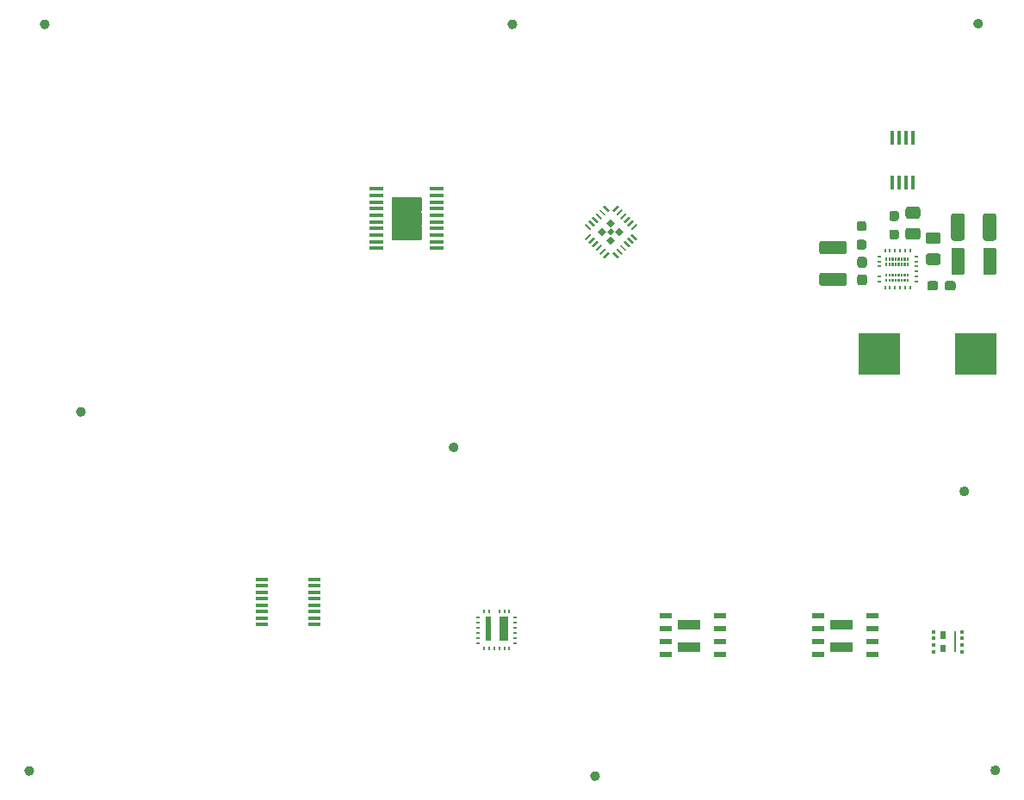
<source format=gtp>
G04 #@! TF.GenerationSoftware,KiCad,Pcbnew,(5.1.6-0-10_14)*
G04 #@! TF.CreationDate,2021-10-07T10:13:42+09:00*
G04 #@! TF.ProjectId,panel_breakouts_211007,70616e65-6c5f-4627-9265-616b6f757473,rev?*
G04 #@! TF.SameCoordinates,Original*
G04 #@! TF.FileFunction,Paste,Top*
G04 #@! TF.FilePolarity,Positive*
%FSLAX46Y46*%
G04 Gerber Fmt 4.6, Leading zero omitted, Abs format (unit mm)*
G04 Created by KiCad (PCBNEW (5.1.6-0-10_14)) date 2021-10-07 10:13:42*
%MOMM*%
%LPD*%
G01*
G04 APERTURE LIST*
%ADD10C,0.475000*%
%ADD11C,0.100000*%
%ADD12R,2.997200X4.191000*%
%ADD13R,1.409700X0.355600*%
%ADD14R,0.450000X1.450000*%
%ADD15R,0.400000X1.450000*%
%ADD16R,0.250000X0.450000*%
%ADD17R,0.450000X0.250000*%
%ADD18R,0.450000X0.450000*%
%ADD19R,1.270000X0.609600*%
%ADD20R,1.200000X0.400000*%
%ADD21R,4.100000X4.100000*%
G04 APERTURE END LIST*
D10*
X150311500Y-135914000D02*
G75*
G03*
X150311500Y-135914000I-237500J0D01*
G01*
X142183500Y-62000000D02*
G75*
G03*
X142183500Y-62000000I-237500J0D01*
G01*
X136405500Y-103592000D02*
G75*
G03*
X136405500Y-103592000I-237500J0D01*
G01*
X94685500Y-135406000D02*
G75*
G03*
X94685500Y-135406000I-237500J0D01*
G01*
X189649500Y-135342000D02*
G75*
G03*
X189649500Y-135342000I-237500J0D01*
G01*
X186601500Y-107910000D02*
G75*
G03*
X186601500Y-107910000I-237500J0D01*
G01*
X187967500Y-61936000D02*
G75*
G03*
X187967500Y-61936000I-237500J0D01*
G01*
X96209500Y-62000000D02*
G75*
G03*
X96209500Y-62000000I-237500J0D01*
G01*
X99765500Y-100100000D02*
G75*
G03*
X99765500Y-100100000I-237500J0D01*
G01*
D11*
G36*
X150793472Y-82820264D02*
G01*
X150369208Y-82396000D01*
X150793472Y-81971736D01*
X151217736Y-82396000D01*
X150793472Y-82820264D01*
G37*
G36*
X151642000Y-83668792D02*
G01*
X151217736Y-83244528D01*
X151642000Y-82820264D01*
X152066264Y-83244528D01*
X151642000Y-83668792D01*
G37*
G36*
X152490528Y-82820264D02*
G01*
X152066264Y-82396000D01*
X152490528Y-81971736D01*
X152914792Y-82396000D01*
X152490528Y-82820264D01*
G37*
G36*
X151642000Y-81971736D02*
G01*
X151217736Y-81547472D01*
X151642000Y-81123208D01*
X152066264Y-81547472D01*
X151642000Y-81971736D01*
G37*
G36*
X130143400Y-79100500D02*
G01*
X130143400Y-80297500D01*
X131442000Y-80297500D01*
X131442000Y-79100500D01*
X130143400Y-79100500D01*
G37*
X130143400Y-79100500D02*
X130143400Y-80297500D01*
X131442000Y-80297500D01*
X131442000Y-79100500D01*
X130143400Y-79100500D01*
G36*
X130143400Y-80497500D02*
G01*
X130143400Y-81694500D01*
X131442000Y-81694500D01*
X131442000Y-80497500D01*
X130143400Y-80497500D01*
G37*
X130143400Y-80497500D02*
X130143400Y-81694500D01*
X131442000Y-81694500D01*
X131442000Y-80497500D01*
X130143400Y-80497500D01*
G36*
X130143400Y-81894500D02*
G01*
X130143400Y-83091500D01*
X131442000Y-83091500D01*
X131442000Y-81894500D01*
X130143400Y-81894500D01*
G37*
X130143400Y-81894500D02*
X130143400Y-83091500D01*
X131442000Y-83091500D01*
X131442000Y-81894500D01*
X130143400Y-81894500D01*
G36*
X131642000Y-79100500D02*
G01*
X131642000Y-80297500D01*
X132940600Y-80297500D01*
X132940600Y-79100500D01*
X131642000Y-79100500D01*
G37*
X131642000Y-79100500D02*
X131642000Y-80297500D01*
X132940600Y-80297500D01*
X132940600Y-79100500D01*
X131642000Y-79100500D01*
G36*
X131642000Y-80497500D02*
G01*
X131642000Y-81694500D01*
X132940600Y-81694500D01*
X132940600Y-80497500D01*
X131642000Y-80497500D01*
G37*
X131642000Y-80497500D02*
X131642000Y-81694500D01*
X132940600Y-81694500D01*
X132940600Y-80497500D01*
X131642000Y-80497500D01*
G36*
X131642000Y-81894500D02*
G01*
X131642000Y-83091500D01*
X132940600Y-83091500D01*
X132940600Y-81894500D01*
X131642000Y-81894500D01*
G37*
X131642000Y-81894500D02*
X131642000Y-83091500D01*
X132940600Y-83091500D01*
X132940600Y-81894500D01*
X131642000Y-81894500D01*
G36*
X140702000Y-120262000D02*
G01*
X141502000Y-120262000D01*
X141502000Y-122562000D01*
X140702000Y-122562000D01*
X140702000Y-120262000D01*
G37*
G36*
X139302000Y-120262000D02*
G01*
X139802000Y-120262000D01*
X139802000Y-122562000D01*
X139302000Y-122562000D01*
X139302000Y-120262000D01*
G37*
G36*
X184572000Y-122994000D02*
G01*
X184572000Y-123694000D01*
X184072000Y-123694000D01*
X184072000Y-122994000D01*
X184572000Y-122994000D01*
G37*
G36*
X184572000Y-121694000D02*
G01*
X184572000Y-122394000D01*
X184072000Y-122394000D01*
X184072000Y-121694000D01*
X184572000Y-121694000D01*
G37*
G36*
X185572000Y-121694000D02*
G01*
X185572000Y-123694000D01*
X185372000Y-123694000D01*
X185372000Y-121694000D01*
X185572000Y-121694000D01*
G37*
G36*
X158202000Y-122762000D02*
G01*
X160402000Y-122762000D01*
X160402000Y-123662000D01*
X158202000Y-123662000D01*
X158202000Y-122762000D01*
G37*
G36*
X158202000Y-120562000D02*
G01*
X160402000Y-120562000D01*
X160402000Y-121462000D01*
X158202000Y-121462000D01*
X158202000Y-120562000D01*
G37*
G36*
X173192000Y-122762000D02*
G01*
X175392000Y-122762000D01*
X175392000Y-123662000D01*
X173192000Y-123662000D01*
X173192000Y-122762000D01*
G37*
G36*
X173192000Y-120562000D02*
G01*
X175392000Y-120562000D01*
X175392000Y-121462000D01*
X173192000Y-121462000D01*
X173192000Y-120562000D01*
G37*
G36*
X180722000Y-85256000D02*
G01*
X180722000Y-84956000D01*
X180922000Y-84956000D01*
X180922000Y-85256000D01*
X180722000Y-85256000D01*
G37*
G36*
X180722000Y-85256000D02*
G01*
X180722000Y-84956000D01*
X180922000Y-84956000D01*
X180922000Y-85256000D01*
X180722000Y-85256000D01*
G37*
G36*
X180722000Y-85756000D02*
G01*
X180722000Y-85456000D01*
X180922000Y-85456000D01*
X180922000Y-85756000D01*
X180722000Y-85756000D01*
G37*
G36*
X180422000Y-85256000D02*
G01*
X180422000Y-84956000D01*
X180622000Y-84956000D01*
X180622000Y-85256000D01*
X180422000Y-85256000D01*
G37*
G36*
X180422000Y-85256000D02*
G01*
X180422000Y-84956000D01*
X180622000Y-84956000D01*
X180622000Y-85256000D01*
X180422000Y-85256000D01*
G37*
G36*
X180422000Y-85756000D02*
G01*
X180422000Y-85456000D01*
X180622000Y-85456000D01*
X180622000Y-85756000D01*
X180422000Y-85756000D01*
G37*
G36*
X180122000Y-85256000D02*
G01*
X180122000Y-84956000D01*
X180322000Y-84956000D01*
X180322000Y-85256000D01*
X180122000Y-85256000D01*
G37*
G36*
X179822000Y-85756000D02*
G01*
X179822000Y-85456000D01*
X180022000Y-85456000D01*
X180022000Y-85756000D01*
X179822000Y-85756000D01*
G37*
G36*
X180122000Y-85256000D02*
G01*
X180122000Y-84956000D01*
X180322000Y-84956000D01*
X180322000Y-85256000D01*
X180122000Y-85256000D01*
G37*
G36*
X179822000Y-85256000D02*
G01*
X179822000Y-84956000D01*
X180022000Y-84956000D01*
X180022000Y-85256000D01*
X179822000Y-85256000D01*
G37*
G36*
X179822000Y-85256000D02*
G01*
X179822000Y-84956000D01*
X180022000Y-84956000D01*
X180022000Y-85256000D01*
X179822000Y-85256000D01*
G37*
G36*
X180122000Y-85756000D02*
G01*
X180122000Y-85456000D01*
X180322000Y-85456000D01*
X180322000Y-85756000D01*
X180122000Y-85756000D01*
G37*
G36*
X179522000Y-85256000D02*
G01*
X179522000Y-84956000D01*
X179722000Y-84956000D01*
X179722000Y-85256000D01*
X179522000Y-85256000D01*
G37*
G36*
X178622000Y-85256000D02*
G01*
X178622000Y-84956000D01*
X178822000Y-84956000D01*
X178822000Y-85256000D01*
X178622000Y-85256000D01*
G37*
G36*
X178622000Y-85756000D02*
G01*
X178622000Y-85456000D01*
X178822000Y-85456000D01*
X178822000Y-85756000D01*
X178622000Y-85756000D01*
G37*
G36*
X178622000Y-85256000D02*
G01*
X178622000Y-84956000D01*
X178822000Y-84956000D01*
X178822000Y-85256000D01*
X178622000Y-85256000D01*
G37*
G36*
X178922000Y-85256000D02*
G01*
X178922000Y-84956000D01*
X179122000Y-84956000D01*
X179122000Y-85256000D01*
X178922000Y-85256000D01*
G37*
G36*
X178922000Y-85756000D02*
G01*
X178922000Y-85456000D01*
X179122000Y-85456000D01*
X179122000Y-85756000D01*
X178922000Y-85756000D01*
G37*
G36*
X178922000Y-85256000D02*
G01*
X178922000Y-84956000D01*
X179122000Y-84956000D01*
X179122000Y-85256000D01*
X178922000Y-85256000D01*
G37*
G36*
X179222000Y-85756000D02*
G01*
X179222000Y-85456000D01*
X179422000Y-85456000D01*
X179422000Y-85756000D01*
X179222000Y-85756000D01*
G37*
G36*
X179522000Y-85256000D02*
G01*
X179522000Y-84956000D01*
X179722000Y-84956000D01*
X179722000Y-85256000D01*
X179522000Y-85256000D01*
G37*
G36*
X179222000Y-85256000D02*
G01*
X179222000Y-84956000D01*
X179422000Y-84956000D01*
X179422000Y-85256000D01*
X179222000Y-85256000D01*
G37*
G36*
X179222000Y-85256000D02*
G01*
X179222000Y-84956000D01*
X179422000Y-84956000D01*
X179422000Y-85256000D01*
X179222000Y-85256000D01*
G37*
G36*
X179522000Y-85756000D02*
G01*
X179522000Y-85456000D01*
X179722000Y-85456000D01*
X179722000Y-85756000D01*
X179522000Y-85756000D01*
G37*
G36*
X180722000Y-86806000D02*
G01*
X180722000Y-86506000D01*
X180922000Y-86506000D01*
X180922000Y-86806000D01*
X180722000Y-86806000D01*
G37*
G36*
X180722000Y-87306000D02*
G01*
X180722000Y-87006000D01*
X180922000Y-87006000D01*
X180922000Y-87306000D01*
X180722000Y-87306000D01*
G37*
G36*
X180722000Y-86806000D02*
G01*
X180722000Y-86506000D01*
X180922000Y-86506000D01*
X180922000Y-86806000D01*
X180722000Y-86806000D01*
G37*
G36*
X178922000Y-86806000D02*
G01*
X178922000Y-86506000D01*
X179122000Y-86506000D01*
X179122000Y-86806000D01*
X178922000Y-86806000D01*
G37*
G36*
X178922000Y-87306000D02*
G01*
X178922000Y-87006000D01*
X179122000Y-87006000D01*
X179122000Y-87306000D01*
X178922000Y-87306000D01*
G37*
G36*
X178922000Y-86806000D02*
G01*
X178922000Y-86506000D01*
X179122000Y-86506000D01*
X179122000Y-86806000D01*
X178922000Y-86806000D01*
G37*
G36*
X179222000Y-87306000D02*
G01*
X179222000Y-87006000D01*
X179422000Y-87006000D01*
X179422000Y-87306000D01*
X179222000Y-87306000D01*
G37*
G36*
X179522000Y-86806000D02*
G01*
X179522000Y-86506000D01*
X179722000Y-86506000D01*
X179722000Y-86806000D01*
X179522000Y-86806000D01*
G37*
G36*
X179222000Y-86806000D02*
G01*
X179222000Y-86506000D01*
X179422000Y-86506000D01*
X179422000Y-86806000D01*
X179222000Y-86806000D01*
G37*
G36*
X179222000Y-86806000D02*
G01*
X179222000Y-86506000D01*
X179422000Y-86506000D01*
X179422000Y-86806000D01*
X179222000Y-86806000D01*
G37*
G36*
X179522000Y-87306000D02*
G01*
X179522000Y-87006000D01*
X179722000Y-87006000D01*
X179722000Y-87306000D01*
X179522000Y-87306000D01*
G37*
G36*
X180422000Y-86806000D02*
G01*
X180422000Y-86506000D01*
X180622000Y-86506000D01*
X180622000Y-86806000D01*
X180422000Y-86806000D01*
G37*
G36*
X180422000Y-86806000D02*
G01*
X180422000Y-86506000D01*
X180622000Y-86506000D01*
X180622000Y-86806000D01*
X180422000Y-86806000D01*
G37*
G36*
X180422000Y-87306000D02*
G01*
X180422000Y-87006000D01*
X180622000Y-87006000D01*
X180622000Y-87306000D01*
X180422000Y-87306000D01*
G37*
G36*
X180122000Y-86806000D02*
G01*
X180122000Y-86506000D01*
X180322000Y-86506000D01*
X180322000Y-86806000D01*
X180122000Y-86806000D01*
G37*
G36*
X179822000Y-87306000D02*
G01*
X179822000Y-87006000D01*
X180022000Y-87006000D01*
X180022000Y-87306000D01*
X179822000Y-87306000D01*
G37*
G36*
X180122000Y-86806000D02*
G01*
X180122000Y-86506000D01*
X180322000Y-86506000D01*
X180322000Y-86806000D01*
X180122000Y-86806000D01*
G37*
G36*
X179822000Y-86806000D02*
G01*
X179822000Y-86506000D01*
X180022000Y-86506000D01*
X180022000Y-86806000D01*
X179822000Y-86806000D01*
G37*
G36*
X179822000Y-86806000D02*
G01*
X179822000Y-86506000D01*
X180022000Y-86506000D01*
X180022000Y-86806000D01*
X179822000Y-86806000D01*
G37*
G36*
X180122000Y-87306000D02*
G01*
X180122000Y-87006000D01*
X180322000Y-87006000D01*
X180322000Y-87306000D01*
X180122000Y-87306000D01*
G37*
G36*
X179522000Y-86806000D02*
G01*
X179522000Y-86506000D01*
X179722000Y-86506000D01*
X179722000Y-86806000D01*
X179522000Y-86806000D01*
G37*
G36*
X178622000Y-86806000D02*
G01*
X178622000Y-86506000D01*
X178822000Y-86506000D01*
X178822000Y-86806000D01*
X178622000Y-86806000D01*
G37*
G36*
X178622000Y-87306000D02*
G01*
X178622000Y-87006000D01*
X178822000Y-87006000D01*
X178822000Y-87306000D01*
X178622000Y-87306000D01*
G37*
G36*
X178622000Y-86806000D02*
G01*
X178622000Y-86506000D01*
X178822000Y-86506000D01*
X178822000Y-86806000D01*
X178622000Y-86806000D01*
G37*
G36*
X151288447Y-82396000D02*
G01*
X151642000Y-82042447D01*
X151995553Y-82396000D01*
X151642000Y-82749553D01*
X151288447Y-82396000D01*
G37*
G36*
X151345651Y-80447284D02*
G01*
X150842757Y-79944390D01*
X150986441Y-79800706D01*
X151489335Y-80303600D01*
X151345651Y-80447284D01*
G37*
G36*
X150986441Y-80806494D02*
G01*
X150483547Y-80303600D01*
X150627231Y-80159916D01*
X151130125Y-80662810D01*
X150986441Y-80806494D01*
G37*
G36*
X150627231Y-81165705D02*
G01*
X150124337Y-80662811D01*
X150268021Y-80519127D01*
X150770915Y-81022021D01*
X150627231Y-81165705D01*
G37*
G36*
X150268021Y-81524915D02*
G01*
X149765127Y-81022021D01*
X149908811Y-80878337D01*
X150411705Y-81381231D01*
X150268021Y-81524915D01*
G37*
G36*
X149908810Y-81884125D02*
G01*
X149405916Y-81381231D01*
X149549600Y-81237547D01*
X150052494Y-81740441D01*
X149908810Y-81884125D01*
G37*
G36*
X149549600Y-82243335D02*
G01*
X149046706Y-81740441D01*
X149190390Y-81596757D01*
X149693284Y-82099651D01*
X149549600Y-82243335D01*
G37*
G36*
X149046706Y-83051559D02*
G01*
X149549600Y-82548665D01*
X149693284Y-82692349D01*
X149190390Y-83195243D01*
X149046706Y-83051559D01*
G37*
G36*
X149405916Y-83410769D02*
G01*
X149908810Y-82907875D01*
X150052494Y-83051559D01*
X149549600Y-83554453D01*
X149405916Y-83410769D01*
G37*
G36*
X149765127Y-83769979D02*
G01*
X150268021Y-83267085D01*
X150411705Y-83410769D01*
X149908811Y-83913663D01*
X149765127Y-83769979D01*
G37*
G36*
X150124337Y-84129189D02*
G01*
X150627231Y-83626295D01*
X150770915Y-83769979D01*
X150268021Y-84272873D01*
X150124337Y-84129189D01*
G37*
G36*
X150483547Y-84488400D02*
G01*
X150986441Y-83985506D01*
X151130125Y-84129190D01*
X150627231Y-84632084D01*
X150483547Y-84488400D01*
G37*
G36*
X150842757Y-84847610D02*
G01*
X151345651Y-84344716D01*
X151489335Y-84488400D01*
X150986441Y-84991294D01*
X150842757Y-84847610D01*
G37*
G36*
X152297559Y-84991294D02*
G01*
X151794665Y-84488400D01*
X151938349Y-84344716D01*
X152441243Y-84847610D01*
X152297559Y-84991294D01*
G37*
G36*
X152656769Y-84632084D02*
G01*
X152153875Y-84129190D01*
X152297559Y-83985506D01*
X152800453Y-84488400D01*
X152656769Y-84632084D01*
G37*
G36*
X153015979Y-84272873D02*
G01*
X152513085Y-83769979D01*
X152656769Y-83626295D01*
X153159663Y-84129189D01*
X153015979Y-84272873D01*
G37*
G36*
X153375189Y-83913663D02*
G01*
X152872295Y-83410769D01*
X153015979Y-83267085D01*
X153518873Y-83769979D01*
X153375189Y-83913663D01*
G37*
G36*
X153734400Y-83554453D02*
G01*
X153231506Y-83051559D01*
X153375190Y-82907875D01*
X153878084Y-83410769D01*
X153734400Y-83554453D01*
G37*
G36*
X154093610Y-83195243D02*
G01*
X153590716Y-82692349D01*
X153734400Y-82548665D01*
X154237294Y-83051559D01*
X154093610Y-83195243D01*
G37*
G36*
X153590716Y-82099651D02*
G01*
X154093610Y-81596757D01*
X154237294Y-81740441D01*
X153734400Y-82243335D01*
X153590716Y-82099651D01*
G37*
G36*
X153231506Y-81740441D02*
G01*
X153734400Y-81237547D01*
X153878084Y-81381231D01*
X153375190Y-81884125D01*
X153231506Y-81740441D01*
G37*
G36*
X152872295Y-81381231D02*
G01*
X153375189Y-80878337D01*
X153518873Y-81022021D01*
X153015979Y-81524915D01*
X152872295Y-81381231D01*
G37*
G36*
X152513085Y-81022021D02*
G01*
X153015979Y-80519127D01*
X153159663Y-80662811D01*
X152656769Y-81165705D01*
X152513085Y-81022021D01*
G37*
G36*
X152153875Y-80662810D02*
G01*
X152656769Y-80159916D01*
X152800453Y-80303600D01*
X152297559Y-80806494D01*
X152153875Y-80662810D01*
G37*
G36*
X151794665Y-80303600D02*
G01*
X152297559Y-79800706D01*
X152441243Y-79944390D01*
X151938349Y-80447284D01*
X151794665Y-80303600D01*
G37*
D12*
X131542000Y-81096000D03*
D13*
X134494750Y-78171002D03*
X134494750Y-78821001D03*
X134494750Y-79471002D03*
X134494750Y-80121001D03*
X134494750Y-80771002D03*
X134494750Y-81421001D03*
X134494750Y-82071002D03*
X134494750Y-82721001D03*
X134494750Y-83371002D03*
X134494750Y-84021000D03*
X128589250Y-84020998D03*
X128589250Y-83370999D03*
X128589250Y-82720998D03*
X128589250Y-82070999D03*
X128589250Y-81420998D03*
X128589250Y-80770999D03*
X128589250Y-80121001D03*
X128589250Y-79470999D03*
X128589250Y-78821001D03*
X128589250Y-78171000D03*
D14*
X181322000Y-77556000D03*
D15*
X180647000Y-77556000D03*
X179997000Y-77556000D03*
D14*
X179322000Y-77556000D03*
X179322000Y-73156000D03*
D15*
X179997000Y-73156000D03*
X180647000Y-73156000D03*
D14*
X181322000Y-73156000D03*
D16*
X141652000Y-123382000D03*
X141152000Y-123382000D03*
X140652000Y-123382000D03*
X140152000Y-123382000D03*
X139652000Y-123382000D03*
X139152000Y-123382000D03*
D17*
X138582000Y-122812000D03*
X138582000Y-122312000D03*
X138582000Y-121812000D03*
X138582000Y-121312000D03*
X138582000Y-120812000D03*
X138582000Y-120312000D03*
D16*
X139152000Y-119742000D03*
X139652000Y-119742000D03*
X140652000Y-119742000D03*
X141152000Y-119742000D03*
X141652000Y-119742000D03*
D17*
X142222000Y-120312000D03*
X142222000Y-120812000D03*
X142222000Y-121312000D03*
X142222000Y-121812000D03*
X142222000Y-122312000D03*
X142222000Y-122812000D03*
D18*
X183386000Y-123669000D03*
X183386000Y-123019000D03*
X183386000Y-122369000D03*
X183386000Y-121719000D03*
X186158000Y-121719000D03*
X186158000Y-122369000D03*
X186158000Y-123019000D03*
X186158000Y-123669000D03*
D19*
X162369000Y-123967000D03*
X162369000Y-122697000D03*
X162369000Y-121427000D03*
X162369000Y-120157000D03*
X157035000Y-120157000D03*
X157035000Y-121427000D03*
X157035000Y-122697000D03*
X157035000Y-123967000D03*
X177359000Y-123967000D03*
X177359000Y-122697000D03*
X177359000Y-121427000D03*
X177359000Y-120157000D03*
X172025000Y-120157000D03*
X172025000Y-121427000D03*
X172025000Y-122697000D03*
X172025000Y-123967000D03*
D20*
X117282000Y-121024500D03*
X117282000Y-120389500D03*
X117282000Y-119754500D03*
X117282000Y-119119500D03*
X117282000Y-118484500D03*
X117282000Y-117849500D03*
X117282000Y-117214500D03*
X117282000Y-116579500D03*
X122482000Y-116579500D03*
X122482000Y-117214500D03*
X122482000Y-117849500D03*
X122482000Y-118484500D03*
X122482000Y-119119500D03*
X122482000Y-119754500D03*
X122482000Y-120389500D03*
X122482000Y-121024500D03*
D16*
X181072000Y-84236000D03*
X180572000Y-84236000D03*
X180072000Y-84236000D03*
X179572000Y-84236000D03*
X179072000Y-84236000D03*
X178572000Y-84236000D03*
D17*
X178002000Y-84806000D03*
X178002000Y-85306000D03*
X178002000Y-85806000D03*
X178002000Y-86806000D03*
X178002000Y-87306000D03*
D16*
X178572000Y-87876000D03*
X179072000Y-87876000D03*
X179572000Y-87876000D03*
X180072000Y-87876000D03*
X180572000Y-87876000D03*
X181072000Y-87876000D03*
D17*
X181642000Y-87306000D03*
X181642000Y-86806000D03*
X181642000Y-86306000D03*
X181642000Y-85806000D03*
X181642000Y-85306000D03*
X181642000Y-84806000D03*
G36*
G01*
X183797000Y-85681000D02*
X182847000Y-85681000D01*
G75*
G02*
X182597000Y-85431000I0J250000D01*
G01*
X182597000Y-84756000D01*
G75*
G02*
X182847000Y-84506000I250000J0D01*
G01*
X183797000Y-84506000D01*
G75*
G02*
X184047000Y-84756000I0J-250000D01*
G01*
X184047000Y-85431000D01*
G75*
G02*
X183797000Y-85681000I-250000J0D01*
G01*
G37*
G36*
G01*
X183797000Y-83606000D02*
X182847000Y-83606000D01*
G75*
G02*
X182597000Y-83356000I0J250000D01*
G01*
X182597000Y-82681000D01*
G75*
G02*
X182847000Y-82431000I250000J0D01*
G01*
X183797000Y-82431000D01*
G75*
G02*
X184047000Y-82681000I0J-250000D01*
G01*
X184047000Y-83356000D01*
G75*
G02*
X183797000Y-83606000I-250000J0D01*
G01*
G37*
G36*
G01*
X181797000Y-83181000D02*
X180847000Y-83181000D01*
G75*
G02*
X180597000Y-82931000I0J250000D01*
G01*
X180597000Y-82256000D01*
G75*
G02*
X180847000Y-82006000I250000J0D01*
G01*
X181797000Y-82006000D01*
G75*
G02*
X182047000Y-82256000I0J-250000D01*
G01*
X182047000Y-82931000D01*
G75*
G02*
X181797000Y-83181000I-250000J0D01*
G01*
G37*
G36*
G01*
X181797000Y-81106000D02*
X180847000Y-81106000D01*
G75*
G02*
X180597000Y-80856000I0J250000D01*
G01*
X180597000Y-80181000D01*
G75*
G02*
X180847000Y-79931000I250000J0D01*
G01*
X181797000Y-79931000D01*
G75*
G02*
X182047000Y-80181000I0J-250000D01*
G01*
X182047000Y-80856000D01*
G75*
G02*
X181797000Y-81106000I-250000J0D01*
G01*
G37*
G36*
G01*
X183797000Y-87468500D02*
X183797000Y-87943500D01*
G75*
G02*
X183559500Y-88181000I-237500J0D01*
G01*
X182959500Y-88181000D01*
G75*
G02*
X182722000Y-87943500I0J237500D01*
G01*
X182722000Y-87468500D01*
G75*
G02*
X182959500Y-87231000I237500J0D01*
G01*
X183559500Y-87231000D01*
G75*
G02*
X183797000Y-87468500I0J-237500D01*
G01*
G37*
G36*
G01*
X185522000Y-87468500D02*
X185522000Y-87943500D01*
G75*
G02*
X185284500Y-88181000I-237500J0D01*
G01*
X184684500Y-88181000D01*
G75*
G02*
X184447000Y-87943500I0J237500D01*
G01*
X184447000Y-87468500D01*
G75*
G02*
X184684500Y-87231000I237500J0D01*
G01*
X185284500Y-87231000D01*
G75*
G02*
X185522000Y-87468500I0J-237500D01*
G01*
G37*
G36*
G01*
X176084500Y-84856000D02*
X176559500Y-84856000D01*
G75*
G02*
X176797000Y-85093500I0J-237500D01*
G01*
X176797000Y-85693500D01*
G75*
G02*
X176559500Y-85931000I-237500J0D01*
G01*
X176084500Y-85931000D01*
G75*
G02*
X175847000Y-85693500I0J237500D01*
G01*
X175847000Y-85093500D01*
G75*
G02*
X176084500Y-84856000I237500J0D01*
G01*
G37*
G36*
G01*
X176084500Y-86581000D02*
X176559500Y-86581000D01*
G75*
G02*
X176797000Y-86818500I0J-237500D01*
G01*
X176797000Y-87418500D01*
G75*
G02*
X176559500Y-87656000I-237500J0D01*
G01*
X176084500Y-87656000D01*
G75*
G02*
X175847000Y-87418500I0J237500D01*
G01*
X175847000Y-86818500D01*
G75*
G02*
X176084500Y-86581000I237500J0D01*
G01*
G37*
G36*
G01*
X176509500Y-84156000D02*
X176034500Y-84156000D01*
G75*
G02*
X175797000Y-83918500I0J237500D01*
G01*
X175797000Y-83418500D01*
G75*
G02*
X176034500Y-83181000I237500J0D01*
G01*
X176509500Y-83181000D01*
G75*
G02*
X176747000Y-83418500I0J-237500D01*
G01*
X176747000Y-83918500D01*
G75*
G02*
X176509500Y-84156000I-237500J0D01*
G01*
G37*
G36*
G01*
X176509500Y-82331000D02*
X176034500Y-82331000D01*
G75*
G02*
X175797000Y-82093500I0J237500D01*
G01*
X175797000Y-81593500D01*
G75*
G02*
X176034500Y-81356000I237500J0D01*
G01*
X176509500Y-81356000D01*
G75*
G02*
X176747000Y-81593500I0J-237500D01*
G01*
X176747000Y-82093500D01*
G75*
G02*
X176509500Y-82331000I-237500J0D01*
G01*
G37*
G36*
G01*
X179709500Y-81331000D02*
X179234500Y-81331000D01*
G75*
G02*
X178997000Y-81093500I0J237500D01*
G01*
X178997000Y-80593500D01*
G75*
G02*
X179234500Y-80356000I237500J0D01*
G01*
X179709500Y-80356000D01*
G75*
G02*
X179947000Y-80593500I0J-237500D01*
G01*
X179947000Y-81093500D01*
G75*
G02*
X179709500Y-81331000I-237500J0D01*
G01*
G37*
G36*
G01*
X179709500Y-83156000D02*
X179234500Y-83156000D01*
G75*
G02*
X178997000Y-82918500I0J237500D01*
G01*
X178997000Y-82418500D01*
G75*
G02*
X179234500Y-82181000I237500J0D01*
G01*
X179709500Y-82181000D01*
G75*
G02*
X179947000Y-82418500I0J-237500D01*
G01*
X179947000Y-82918500D01*
G75*
G02*
X179709500Y-83156000I-237500J0D01*
G01*
G37*
G36*
G01*
X172371999Y-83281000D02*
X174572001Y-83281000D01*
G75*
G02*
X174822000Y-83530999I0J-249999D01*
G01*
X174822000Y-84356001D01*
G75*
G02*
X174572001Y-84606000I-249999J0D01*
G01*
X172371999Y-84606000D01*
G75*
G02*
X172122000Y-84356001I0J249999D01*
G01*
X172122000Y-83530999D01*
G75*
G02*
X172371999Y-83281000I249999J0D01*
G01*
G37*
G36*
G01*
X172371999Y-86406000D02*
X174572001Y-86406000D01*
G75*
G02*
X174822000Y-86655999I0J-249999D01*
G01*
X174822000Y-87481001D01*
G75*
G02*
X174572001Y-87731000I-249999J0D01*
G01*
X172371999Y-87731000D01*
G75*
G02*
X172122000Y-87481001I0J249999D01*
G01*
X172122000Y-86655999D01*
G75*
G02*
X172371999Y-86406000I249999J0D01*
G01*
G37*
G36*
G01*
X189547000Y-84205999D02*
X189547000Y-86406001D01*
G75*
G02*
X189297001Y-86656000I-249999J0D01*
G01*
X188471999Y-86656000D01*
G75*
G02*
X188222000Y-86406001I0J249999D01*
G01*
X188222000Y-84205999D01*
G75*
G02*
X188471999Y-83956000I249999J0D01*
G01*
X189297001Y-83956000D01*
G75*
G02*
X189547000Y-84205999I0J-249999D01*
G01*
G37*
G36*
G01*
X186422000Y-84205999D02*
X186422000Y-86406001D01*
G75*
G02*
X186172001Y-86656000I-249999J0D01*
G01*
X185346999Y-86656000D01*
G75*
G02*
X185097000Y-86406001I0J249999D01*
G01*
X185097000Y-84205999D01*
G75*
G02*
X185346999Y-83956000I249999J0D01*
G01*
X186172001Y-83956000D01*
G75*
G02*
X186422000Y-84205999I0J-249999D01*
G01*
G37*
G36*
G01*
X186406999Y-80830998D02*
X186406999Y-83031000D01*
G75*
G02*
X186157000Y-83280999I-249999J0D01*
G01*
X185331998Y-83280999D01*
G75*
G02*
X185081999Y-83031000I0J249999D01*
G01*
X185081999Y-80830998D01*
G75*
G02*
X185331998Y-80580999I249999J0D01*
G01*
X186157000Y-80580999D01*
G75*
G02*
X186406999Y-80830998I0J-249999D01*
G01*
G37*
G36*
G01*
X189531999Y-80830998D02*
X189531999Y-83031000D01*
G75*
G02*
X189282000Y-83280999I-249999J0D01*
G01*
X188456998Y-83280999D01*
G75*
G02*
X188206999Y-83031000I0J249999D01*
G01*
X188206999Y-80830998D01*
G75*
G02*
X188456998Y-80580999I249999J0D01*
G01*
X189282000Y-80580999D01*
G75*
G02*
X189531999Y-80830998I0J-249999D01*
G01*
G37*
D21*
X178032000Y-94426000D03*
X187532000Y-94426000D03*
M02*

</source>
